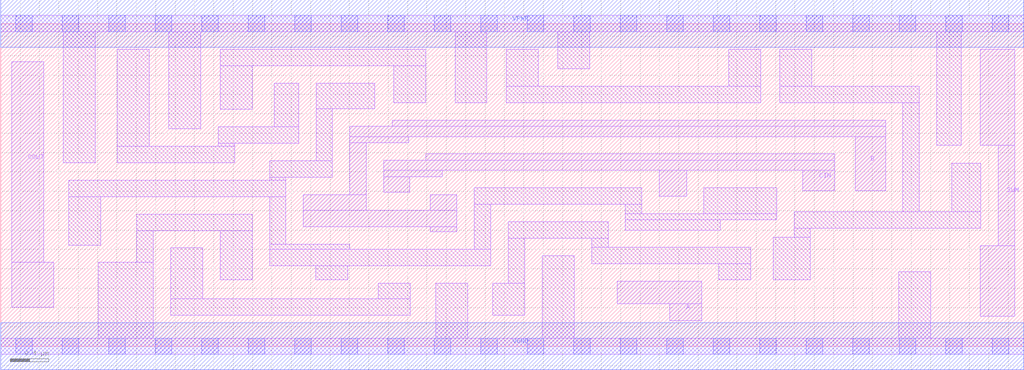
<source format=lef>
# Copyright 2020 The SkyWater PDK Authors
#
# Licensed under the Apache License, Version 2.0 (the "License");
# you may not use this file except in compliance with the License.
# You may obtain a copy of the License at
#
#     https://www.apache.org/licenses/LICENSE-2.0
#
# Unless required by applicable law or agreed to in writing, software
# distributed under the License is distributed on an "AS IS" BASIS,
# WITHOUT WARRANTIES OR CONDITIONS OF ANY KIND, either express or implied.
# See the License for the specific language governing permissions and
# limitations under the License.
#
# SPDX-License-Identifier: Apache-2.0

VERSION 5.7 ;
  NAMESCASESENSITIVE ON ;
  NOWIREEXTENSIONATPIN ON ;
  DIVIDERCHAR "/" ;
  BUSBITCHARS "[]" ;
UNITS
  DATABASE MICRONS 200 ;
END UNITS
MACRO sky130_fd_sc_lp__fa_lp
  CLASS CORE ;
  SOURCE USER ;
  FOREIGN sky130_fd_sc_lp__fa_lp ;
  ORIGIN  0.000000  0.000000 ;
  SIZE  10.56000 BY  3.330000 ;
  SYMMETRY X Y R90 ;
  SITE unit ;
  PIN A
    ANTENNAGATEAREA  1.252000 ;
    DIRECTION INPUT ;
    USE SIGNAL ;
    PORT
      LAYER li1 ;
        RECT 6.365000 0.440000 7.235000 0.670000 ;
        RECT 6.905000 0.265000 7.235000 0.440000 ;
    END
  END A
  PIN B
    ANTENNAGATEAREA  1.252000 ;
    DIRECTION INPUT ;
    USE SIGNAL ;
    PORT
      LAYER li1 ;
        RECT 3.125000 1.235000 4.710000 1.405000 ;
        RECT 3.125000 1.405000 3.775000 1.565000 ;
        RECT 3.605000 1.565000 3.775000 2.100000 ;
        RECT 3.605000 2.100000 4.210000 2.165000 ;
        RECT 3.605000 2.165000 9.135000 2.270000 ;
        RECT 4.040000 2.270000 9.135000 2.335000 ;
        RECT 4.435000 1.180000 4.710000 1.235000 ;
        RECT 4.435000 1.405000 4.710000 1.565000 ;
        RECT 8.820000 1.605000 9.135000 2.165000 ;
    END
  END B
  PIN CIN
    ANTENNAGATEAREA  0.939000 ;
    DIRECTION INPUT ;
    USE SIGNAL ;
    PORT
      LAYER li1 ;
        RECT 3.955000 1.590000 4.225000 1.750000 ;
        RECT 3.955000 1.750000 4.560000 1.815000 ;
        RECT 3.955000 1.815000 8.610000 1.920000 ;
        RECT 4.390000 1.920000 8.610000 1.985000 ;
        RECT 6.800000 1.550000 7.080000 1.815000 ;
        RECT 8.280000 1.605000 8.610000 1.815000 ;
    END
  END CIN
  PIN COUT
    ANTENNADIFFAREA  0.404700 ;
    DIRECTION OUTPUT ;
    USE SIGNAL ;
    PORT
      LAYER li1 ;
        RECT 0.115000 0.405000 0.545000 0.865000 ;
        RECT 0.115000 0.865000 0.445000 2.935000 ;
    END
  END COUT
  PIN SUM
    ANTENNADIFFAREA  0.404700 ;
    DIRECTION OUTPUT ;
    USE SIGNAL ;
    PORT
      LAYER li1 ;
        RECT 10.115000 0.310000 10.470000 1.040000 ;
        RECT 10.115000 2.075000 10.470000 3.065000 ;
        RECT 10.300000 1.040000 10.470000 2.075000 ;
    END
  END SUM
  PIN VGND
    DIRECTION INOUT ;
    USE GROUND ;
    PORT
      LAYER met1 ;
        RECT 0.000000 -0.245000 10.560000 0.245000 ;
    END
  END VGND
  PIN VPWR
    DIRECTION INOUT ;
    USE POWER ;
    PORT
      LAYER met1 ;
        RECT 0.000000 3.085000 10.560000 3.575000 ;
    END
  END VPWR
  OBS
    LAYER li1 ;
      RECT 0.000000 -0.085000 10.560000 0.085000 ;
      RECT 0.000000  3.245000 10.560000 3.415000 ;
      RECT 0.645000  1.895000  0.975000 3.245000 ;
      RECT 0.700000  1.045000  1.030000 1.545000 ;
      RECT 0.700000  1.545000  2.945000 1.715000 ;
      RECT 1.005000  0.085000  1.575000 0.865000 ;
      RECT 1.205000  1.895000  2.415000 2.065000 ;
      RECT 1.205000  2.065000  1.535000 3.065000 ;
      RECT 1.405000  0.865000  1.575000 1.195000 ;
      RECT 1.405000  1.195000  2.595000 1.365000 ;
      RECT 1.735000  2.245000  2.065000 3.245000 ;
      RECT 1.755000  0.320000  4.230000 0.490000 ;
      RECT 1.755000  0.490000  2.085000 1.015000 ;
      RECT 2.245000  2.065000  2.415000 2.095000 ;
      RECT 2.245000  2.095000  3.075000 2.265000 ;
      RECT 2.265000  0.685000  2.595000 1.195000 ;
      RECT 2.265000  2.445000  2.595000 2.895000 ;
      RECT 2.265000  2.895000  4.390000 3.065000 ;
      RECT 2.775000  0.830000  5.060000 1.000000 ;
      RECT 2.775000  1.000000  3.605000 1.055000 ;
      RECT 2.775000  1.055000  2.945000 1.545000 ;
      RECT 2.775000  1.715000  2.945000 1.745000 ;
      RECT 2.775000  1.745000  3.425000 1.915000 ;
      RECT 2.825000  2.265000  3.075000 2.715000 ;
      RECT 3.250000  0.685000  3.580000 0.830000 ;
      RECT 3.255000  1.915000  3.425000 2.450000 ;
      RECT 3.255000  2.450000  3.860000 2.715000 ;
      RECT 3.900000  0.490000  4.230000 0.650000 ;
      RECT 4.060000  2.515000  4.390000 2.895000 ;
      RECT 4.490000  0.085000  4.820000 0.650000 ;
      RECT 4.690000  2.515000  5.020000 3.245000 ;
      RECT 4.890000  1.000000  5.060000 1.465000 ;
      RECT 4.890000  1.465000  6.620000 1.635000 ;
      RECT 5.080000  0.320000  5.410000 0.650000 ;
      RECT 5.220000  2.515000  7.845000 2.685000 ;
      RECT 5.220000  2.685000  5.550000 3.065000 ;
      RECT 5.240000  0.650000  5.410000 1.115000 ;
      RECT 5.240000  1.115000  6.270000 1.285000 ;
      RECT 5.590000  0.085000  5.920000 0.935000 ;
      RECT 5.750000  2.865000  6.080000 3.245000 ;
      RECT 6.100000  0.850000  7.745000 1.020000 ;
      RECT 6.100000  1.020000  6.270000 1.115000 ;
      RECT 6.450000  1.200000  7.430000 1.305000 ;
      RECT 6.450000  1.305000  8.010000 1.370000 ;
      RECT 6.450000  1.370000  6.620000 1.465000 ;
      RECT 7.260000  1.370000  8.010000 1.635000 ;
      RECT 7.415000  0.685000  7.745000 0.850000 ;
      RECT 7.515000  2.685000  7.845000 3.065000 ;
      RECT 7.975000  0.685000  8.360000 1.125000 ;
      RECT 8.045000  2.515000  9.485000 2.685000 ;
      RECT 8.045000  2.685000  8.375000 3.065000 ;
      RECT 8.190000  1.125000  8.360000 1.220000 ;
      RECT 8.190000  1.220000 10.120000 1.390000 ;
      RECT 9.270000  0.085000  9.600000 0.770000 ;
      RECT 9.315000  1.390000  9.485000 2.515000 ;
      RECT 9.665000  2.075000  9.915000 3.245000 ;
      RECT 9.820000  1.390000 10.120000 1.890000 ;
    LAYER mcon ;
      RECT  0.155000 -0.085000  0.325000 0.085000 ;
      RECT  0.155000  3.245000  0.325000 3.415000 ;
      RECT  0.635000 -0.085000  0.805000 0.085000 ;
      RECT  0.635000  3.245000  0.805000 3.415000 ;
      RECT  1.115000 -0.085000  1.285000 0.085000 ;
      RECT  1.115000  3.245000  1.285000 3.415000 ;
      RECT  1.595000 -0.085000  1.765000 0.085000 ;
      RECT  1.595000  3.245000  1.765000 3.415000 ;
      RECT  2.075000 -0.085000  2.245000 0.085000 ;
      RECT  2.075000  3.245000  2.245000 3.415000 ;
      RECT  2.555000 -0.085000  2.725000 0.085000 ;
      RECT  2.555000  3.245000  2.725000 3.415000 ;
      RECT  3.035000 -0.085000  3.205000 0.085000 ;
      RECT  3.035000  3.245000  3.205000 3.415000 ;
      RECT  3.515000 -0.085000  3.685000 0.085000 ;
      RECT  3.515000  3.245000  3.685000 3.415000 ;
      RECT  3.995000 -0.085000  4.165000 0.085000 ;
      RECT  3.995000  3.245000  4.165000 3.415000 ;
      RECT  4.475000 -0.085000  4.645000 0.085000 ;
      RECT  4.475000  3.245000  4.645000 3.415000 ;
      RECT  4.955000 -0.085000  5.125000 0.085000 ;
      RECT  4.955000  3.245000  5.125000 3.415000 ;
      RECT  5.435000 -0.085000  5.605000 0.085000 ;
      RECT  5.435000  3.245000  5.605000 3.415000 ;
      RECT  5.915000 -0.085000  6.085000 0.085000 ;
      RECT  5.915000  3.245000  6.085000 3.415000 ;
      RECT  6.395000 -0.085000  6.565000 0.085000 ;
      RECT  6.395000  3.245000  6.565000 3.415000 ;
      RECT  6.875000 -0.085000  7.045000 0.085000 ;
      RECT  6.875000  3.245000  7.045000 3.415000 ;
      RECT  7.355000 -0.085000  7.525000 0.085000 ;
      RECT  7.355000  3.245000  7.525000 3.415000 ;
      RECT  7.835000 -0.085000  8.005000 0.085000 ;
      RECT  7.835000  3.245000  8.005000 3.415000 ;
      RECT  8.315000 -0.085000  8.485000 0.085000 ;
      RECT  8.315000  3.245000  8.485000 3.415000 ;
      RECT  8.795000 -0.085000  8.965000 0.085000 ;
      RECT  8.795000  3.245000  8.965000 3.415000 ;
      RECT  9.275000 -0.085000  9.445000 0.085000 ;
      RECT  9.275000  3.245000  9.445000 3.415000 ;
      RECT  9.755000 -0.085000  9.925000 0.085000 ;
      RECT  9.755000  3.245000  9.925000 3.415000 ;
      RECT 10.235000 -0.085000 10.405000 0.085000 ;
      RECT 10.235000  3.245000 10.405000 3.415000 ;
  END
END sky130_fd_sc_lp__fa_lp
END LIBRARY

</source>
